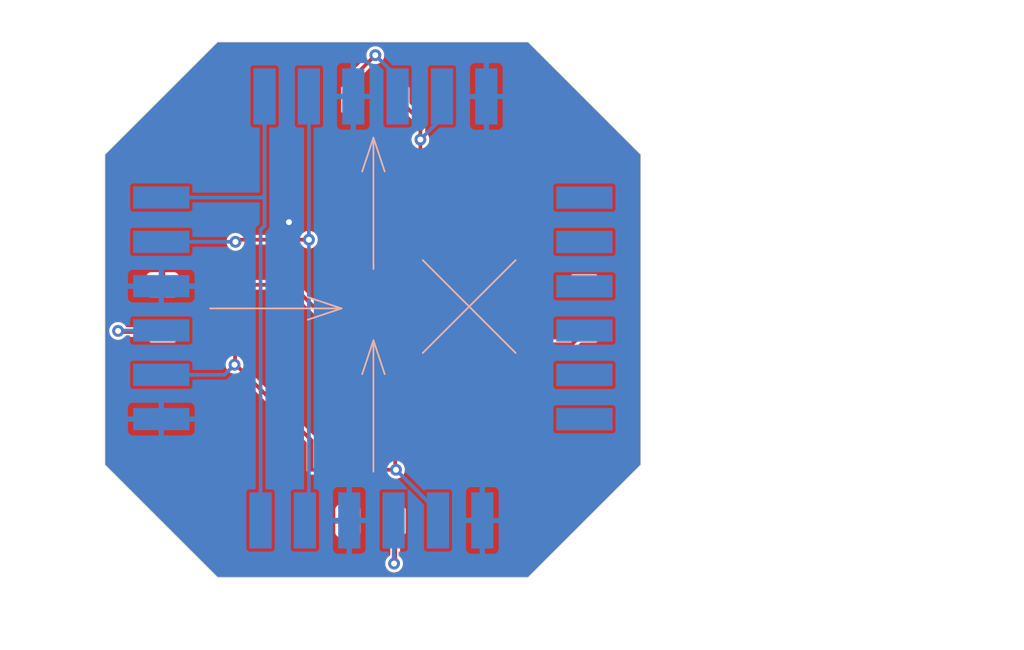
<source format=kicad_pcb>
(kicad_pcb (version 20211014) (generator pcbnew)
  (layers (0 "F.Cu" signal) (31 "B.Cu" signal) (34 "B.Paste" user) (35 "F.Paste" user) (36 "B.SilkS" user "B.Silkscreen") (37 "F.SilkS" user "F.Silkscreen") (38 "B.Mask" user) (39 "F.Mask" user) (44 "Edge.Cuts" user))
  (net 0 "")
  (net 1 "+5V")
  (net 2 "GND")
  (net 3 "Net-(CN2-Pad3)")
  (net 4 "Net-(D1-Pad2)")
  (net 5 "Net-(D2-Pad2)")
  (net 7 "Net-(D4-Pad2)")
  (net 8 "Net-(CN3-Pad3)")
  (net 14 "Net-(CN2-Pad5)")
  (net 15 "Net-(CN2-Pad6)")
  (net 16 "Net-(D5-Pad2)")
  (footprint "LED_SMD:LED_WS2812B_PLCC4_5.0x5.0mm_P3.2mm" (layer "F.Cu") (at 128.778 107.95 180)
    (fp_text reference "D1" hide)
    (fp_text value "WS2812B")
    (pad "1" smd rect (at -2.45 -1.6 180) (size 1.5 1) (layers "F.Cu" "F.Paste" "F.Mask") (net 1 "+5V"))
    (pad "2" smd rect (at -2.45 1.6 180) (size 1.5 1) (layers "F.Cu" "F.Paste" "F.Mask") (net 4 "Net-(D1-Pad2)"))
    (pad "3" smd rect (at 2.45 1.6 180) (size 1.5 1) (layers "F.Cu" "F.Paste" "F.Mask") (net 2 "GND"))
    (pad "4" smd rect (at 2.45 -1.6 180) (size 1.5 1) (layers "F.Cu" "F.Paste" "F.Mask") (net 3 "Net-(CN2-Pad3)"))
  )
  (footprint "LED_SMD:LED_WS2812B_PLCC4_5.0x5.0mm_P3.2mm" (layer "F.Cu") (at 140.716 96.266 -90)
    (fp_text reference "D5" hide)
    (fp_text value "WS2812B")
    (pad "1" smd rect (at -2.45 -1.6 270) (size 1.5 1) (layers "F.Cu" "F.Paste" "F.Mask") (net 1 "+5V"))
    (pad "2" smd rect (at -2.45 1.6 270) (size 1.5 1) (layers "F.Cu" "F.Paste" "F.Mask") (net 16 "Net-(D5-Pad2)"))
    (pad "3" smd rect (at 2.45 1.6 270) (size 1.5 1) (layers "F.Cu" "F.Paste" "F.Mask") (net 2 "GND"))
    (pad "4" smd rect (at 2.45 -1.6 270) (size 1.5 1) (layers "F.Cu" "F.Paste" "F.Mask") (net 7 "Net-(D4-Pad2)"))
  )
  (footprint "LED_SMD:LED_WS2812B_PLCC4_5.0x5.0mm_P3.2mm" (layer "F.Cu") (at 140.462 119.888 -90)
    (fp_text reference "D4" hide)
    (fp_text value "WS2812B")
    (pad "1" smd rect (at -2.45 -1.6 270) (size 1.5 1) (layers "F.Cu" "F.Paste" "F.Mask") (net 1 "+5V"))
    (pad "2" smd rect (at -2.45 1.6 270) (size 1.5 1) (layers "F.Cu" "F.Paste" "F.Mask") (net 7 "Net-(D4-Pad2)"))
    (pad "3" smd rect (at 2.45 1.6 270) (size 1.5 1) (layers "F.Cu" "F.Paste" "F.Mask") (net 2 "GND"))
    (pad "4" smd rect (at 2.45 -1.6 270) (size 1.5 1) (layers "F.Cu" "F.Paste" "F.Mask") (net 8 "Net-(CN3-Pad3)"))
  )
  (footprint "LED_SMD:LED_WS2812B_PLCC4_5.0x5.0mm_P3.2mm" (layer "F.Cu") (at 140.716 107.95 180)
    (fp_text reference "D2" hide)
    (fp_text value "WS2812B")
    (pad "1" smd rect (at -2.45 -1.6 180) (size 1.5 1) (layers "F.Cu" "F.Paste" "F.Mask") (net 1 "+5V"))
    (pad "2" smd rect (at -2.45 1.6 180) (size 1.5 1) (layers "F.Cu" "F.Paste" "F.Mask") (net 5 "Net-(D2-Pad2)"))
    (pad "3" smd rect (at 2.45 1.6 180) (size 1.5 1) (layers "F.Cu" "F.Paste" "F.Mask") (net 2 "GND"))
    (pad "4" smd rect (at 2.45 -1.6 180) (size 1.5 1) (layers "F.Cu" "F.Paste" "F.Mask") (net 4 "Net-(D1-Pad2)"))
  )
  (footprint "LED_SMD:LED_WS2812B_PLCC4_5.0x5.0mm_P3.2mm" (layer "F.Cu") (at 152.4 107.95 180)
    (fp_text reference "D3" hide)
    (fp_text value "WS2812B")
    (pad "1" smd rect (at -2.45 -1.6 180) (size 1.5 1) (layers "F.Cu" "F.Paste" "F.Mask") (net 1 "+5V"))
    (pad "2" smd rect (at -2.45 1.6 180) (size 1.5 1) (layers "F.Cu" "F.Paste" "F.Mask"))
    (pad "3" smd rect (at 2.45 1.6 180) (size 1.5 1) (layers "F.Cu" "F.Paste" "F.Mask") (net 2 "GND"))
    (pad "4" smd rect (at 2.45 -1.6 180) (size 1.5 1) (layers "F.Cu" "F.Paste" "F.Mask") (net 5 "Net-(D2-Pad2)"))
  )
  (footprint "Adafruit NeoPixel 8 Stick:1X4-SMT" (layer "B.Cu") (at 141.224 94.234)
    (fp_text reference "CN4" hide)
    (fp_text value "1X4SMT")
    (pad "1" smd rect (at -8 -0.635) (size 1.5 3.8) (layers "B.Cu" "B.Paste" "B.Mask") (net 15 "Net-(CN2-Pad6)"))
    (pad "2" smd rect (at -5 -0.635) (size 1.5 3.8) (layers "B.Cu" "B.Paste" "B.Mask") (net 14 "Net-(CN2-Pad5)"))
    (pad "3" smd rect (at -2 -0.635) (size 1.5 3.8) (layers "B.Cu" "B.Paste" "B.Mask") (net 2 "GND"))
    (pad "4" smd rect (at 1 -0.635) (size 1.5 3.8) (layers "B.Cu" "B.Paste" "B.Mask") (net 16 "Net-(D5-Pad2)"))
    (pad "5" smd rect (at 4 -0.635) (size 1.5 3.8) (layers "B.Cu" "B.Paste" "B.Mask") (net 1 "+5V"))
    (pad "6" smd rect (at 7 -0.635) (size 1.5 3.8) (layers "B.Cu" "B.Paste" "B.Mask") (net 2 "GND"))
  )
  (footprint "Adafruit NeoPixel 8 Stick:1X4-SMT" (layer "B.Cu") (at 126.873 107.442 90)
    (fp_text reference "CN2" hide)
    (fp_text value "1X4SMT" hide)
    (pad "1" smd rect (at -8 -0.635 90) (size 1.5 3.8) (layers "B.Cu" "B.Paste" "B.Mask") (net 2 "GND"))
    (pad "2" smd rect (at -5 -0.635 90) (size 1.5 3.8) (layers "B.Cu" "B.Paste" "B.Mask") (net 1 "+5V"))
    (pad "3" smd rect (at -2 -0.635 90) (size 1.5 3.8) (layers "B.Cu" "B.Paste" "B.Mask") (net 3 "Net-(CN2-Pad3)"))
    (pad "4" smd rect (at 1 -0.635 90) (size 1.5 3.8) (layers "B.Cu" "B.Paste" "B.Mask") (net 2 "GND"))
    (pad "5" smd rect (at 4 -0.635 90) (size 1.5 3.8) (layers "B.Cu" "B.Paste" "B.Mask") (net 14 "Net-(CN2-Pad5)"))
    (pad "6" smd rect (at 7 -0.635 90) (size 1.5 3.8) (layers "B.Cu" "B.Paste" "B.Mask") (net 15 "Net-(CN2-Pad6)"))
  )
  (footprint "Adafruit NeoPixel 8 Stick:1X4-SMT" (layer "B.Cu") (at 154.222999 108.45 -90)
    (fp_text reference "CN1" hide)
    (fp_text value "1X4SMT" hide)
    (pad "1" smd rect (at -8 -0.635 270) (size 1.5 3.8) (layers "B.Cu" "B.Paste" "B.Mask"))
    (pad "2" smd rect (at -5 -0.635 270) (size 1.5 3.8) (layers "B.Cu" "B.Paste" "B.Mask"))
    (pad "3" smd rect (at -2 -0.635 270) (size 1.5 3.8) (layers "B.Cu" "B.Paste" "B.Mask"))
    (pad "4" smd rect (at 1 -0.635 270) (size 1.5 3.8) (layers "B.Cu" "B.Paste" "B.Mask"))
    (pad "5" smd rect (at 4 -0.635 270) (size 1.5 3.8) (layers "B.Cu" "B.Paste" "B.Mask"))
    (pad "6" smd rect (at 7 -0.635 270) (size 1.5 3.8) (layers "B.Cu" "B.Paste" "B.Mask"))
  )
  (footprint "Adafruit NeoPixel 8 Stick:1X4-SMT" (layer "B.Cu") (at 139.954 121.666 180)
    (fp_text reference "CN3" hide)
    (fp_text value "1X4SMT")
    (pad "1" smd rect (at -8 -0.635 180) (size 1.5 3.8) (layers "B.Cu" "B.Paste" "B.Mask") (net 2 "GND"))
    (pad "2" smd rect (at -5 -0.635 180) (size 1.5 3.8) (layers "B.Cu" "B.Paste" "B.Mask") (net 1 "+5V"))
    (pad "3" smd rect (at -2 -0.635 180) (size 1.5 3.8) (layers "B.Cu" "B.Paste" "B.Mask") (net 8 "Net-(CN3-Pad3)"))
    (pad "4" smd rect (at 1 -0.635 180) (size 1.5 3.8) (layers "B.Cu" "B.Paste" "B.Mask") (net 2 "GND"))
    (pad "5" smd rect (at 4 -0.635 180) (size 1.5 3.8) (layers "B.Cu" "B.Paste" "B.Mask") (net 14 "Net-(CN2-Pad5)"))
    (pad "6" smd rect (at 7 -0.635 180) (size 1.5 3.8) (layers "B.Cu" "B.Paste" "B.Mask") (net 15 "Net-(CN2-Pad6)"))
  )
  (gr_line (start 140.589 110.109) (end 141.351 112.395) (layer "B.SilkS") (width 0.12))
  (gr_line (start 138.43 107.95) (end 136.144 107.188) (layer "B.SilkS") (width 0.12))
  (gr_line (start 138.43 107.95) (end 136.144 108.712) (layer "B.SilkS") (width 0.12))
  (gr_line (start 140.589 96.393) (end 141.351 98.679) (layer "B.SilkS") (width 0.12))
  (gr_line (start 140.589 118.999) (end 140.589 110.109) (layer "B.SilkS") (width 0.12))
  (gr_line (start 143.922911 104.679911) (end 150.20909 110.96609) (layer "B.SilkS") (width 0.12))
  (gr_line (start 129.54 107.95) (end 138.43 107.95) (layer "B.SilkS") (width 0.12))
  (gr_line (start 140.589 105.283) (end 140.589 96.393) (layer "B.SilkS") (width 0.12))
  (gr_line (start 140.589 110.109) (end 139.827 112.395) (layer "B.SilkS") (width 0.12))
  (gr_line (start 140.589 96.393) (end 139.827 98.679) (layer "B.SilkS") (width 0.12))
  (gr_line (start 143.92291 110.96609) (end 150.20909 104.67991) (layer "B.SilkS") (width 0.12))
  (gr_line (start 122.428 118.536) (end 130.047999 126.156) (layer "Edge.Cuts") (width 0.05))
  (gr_line (start 151.047999 126.156) (end 130.047999 126.156) (layer "Edge.Cuts") (width 0.05))
  (gr_line (start 158.667999 97.536) (end 158.667999 118.536) (layer "Edge.Cuts") (width 0.05))
  (gr_line (start 151.047999 126.156) (end 158.667999 118.536) (layer "Edge.Cuts") (width 0.05))
  (gr_line (start 122.428 97.536) (end 122.428 118.536) (layer "Edge.Cuts") (width 0.05))
  (gr_line (start 130.048 89.916) (end 151.048 89.916) (layer "Edge.Cuts") (width 0.05))
  (gr_line (start 130.048 89.916) (end 122.428 97.536) (layer "Edge.Cuts") (width 0.05))
  (gr_line (start 151.048 89.916) (end 158.667999 97.536) (layer "Edge.Cuts") (width 0.05))
  (segment (start 136.398 116.8804) (end 136.398 118.872) (width 0.25) (layer "F.Cu") (net 1))
  (segment (start 143.764 95.264) (end 142.316 93.816) (width 0.25) (layer "F.Cu") (net 1))
  (segment (start 141.478 113.792) (end 141.478 109.474) (width 0.25) (layer "F.Cu") (net 1))
  (segment (start 131.228 109.55) (end 131.228 111.7104) (width 0.25) (layer "F.Cu") (net 1))
  (segment (start 141.986 118.872) (end 142.062 118.796) (width 0.25) (layer "F.Cu") (net 1))
  (segment (start 131.228 111.7104) (end 136.398 116.8804) (width 0.25) (layer "F.Cu") (net 1))
  (segment (start 154.0218 110.3782) (end 154.85 109.55) (width 0.25) (layer "F.Cu") (net 1))
  (segment (start 142.062 117.438) (end 142.062 114.376) (width 0.25) (layer "F.Cu") (net 1))
  (segment (start 143.166 109.55) (end 143.9942 110.3782) (width 0.25) (layer "F.Cu") (net 1))
  (segment (start 141.478 109.474) (end 141.478 101.854) (width 0.25) (layer "F.Cu") (net 1))
  (segment (start 141.478 101.854) (end 143.764 99.568) (width 0.25) (layer "F.Cu") (net 1))
  (segment (start 141.478 109.474) (end 141.554 109.55) (width 0.25) (layer "F.Cu") (net 1))
  (segment (start 141.554 109.55) (end 143.166 109.55) (width 0.25) (layer "F.Cu") (net 1))
  (segment (start 136.398 118.872) (end 141.986 118.872) (width 0.25) (layer "F.Cu") (net 1))
  (segment (start 143.9942 110.3782) (end 154.0218 110.3782) (width 0.25) (layer "F.Cu") (net 1))
  (segment (start 142.062 118.796) (end 142.062 117.438) (width 0.25) (layer "F.Cu") (net 1))
  (segment (start 143.764 99.568) (end 143.764 95.264) (width 0.25) (layer "F.Cu") (net 1))
  (segment (start 142.062 114.376) (end 141.478 113.792) (width 0.25) (layer "F.Cu") (net 1))
  (via (at 142.113 118.872) (size 0.8) (drill 0.4) (layers "F.Cu" "B.Cu") (net 1))
  (via (at 143.764 96.52) (size 0.8) (drill 0.4) (layers "F.Cu" "B.Cu") (net 1))
  (via (at 131.191 111.76) (size 0.8) (drill 0.4) (layers "F.Cu" "B.Cu") (net 1))
  (segment (start 126.238 112.442) (end 130.509 112.442) (width 0.25) (layer "B.Cu") (net 1))
  (segment (start 145.224 93.599) (end 145.224 95.06) (width 0.25) (layer "B.Cu") (net 1))
  (segment (start 145.224 95.06) (end 143.764 96.52) (width 0.25) (layer "B.Cu") (net 1))
  (segment (start 144.954 122.301) (end 144.954 121.713) (width 0.25) (layer "B.Cu") (net 1))
  (segment (start 130.509 112.442) (end 131.191 111.76) (width 0.25) (layer "B.Cu") (net 1))
  (segment (start 144.954 121.713) (end 142.113 118.872) (width 0.25) (layer "B.Cu") (net 1))
  (via (at 134.874 102.108) (size 0.8) (drill 0.4) (layers "F.Cu" "B.Cu") (net 2))
  (segment (start 148.208 93.726) (end 148.208 95.876) (width 0.25) (layer "B.Cu") (net 2))
  (segment (start 148.208 95.876) (end 148.224 95.892) (width 0.25) (layer "B.Cu") (net 2))
  (segment (start 123.393 109.55) (end 126.328 109.55) (width 0.25) (layer "F.Cu") (net 3))
  (segment (start 123.317 109.474) (end 123.393 109.55) (width 0.25) (layer "F.Cu") (net 3))
  (via (at 123.317 109.474) (size 0.8) (drill 0.4) (layers "F.Cu" "B.Cu") (net 3))
  (segment (start 123.349 109.442) (end 123.317 109.474) (width 0.25) (layer "B.Cu") (net 3))
  (segment (start 126.238 109.442) (end 123.349 109.442) (width 0.25) (layer "B.Cu") (net 3))
  (segment (start 135.066 106.35) (end 138.266 109.55) (width 0.25) (layer "F.Cu") (net 4))
  (segment (start 131.228 106.35) (end 135.066 106.35) (width 0.25) (layer "F.Cu") (net 4))
  (segment (start 143.166 106.35) (end 146.75 106.35) (width 0.25) (layer "F.Cu") (net 5))
  (segment (start 146.75 106.35) (end 149.95 109.55) (width 0.25) (layer "F.Cu") (net 5))
  (segment (start 138.862 117.438) (end 138.862 116.154) (width 0.25) (layer "F.Cu") (net 7))
  (segment (start 138.862 116.154) (end 140.716 114.3) (width 0.25) (layer "F.Cu") (net 7))
  (segment (start 140.716 114.3) (end 140.716 100.316) (width 0.25) (layer "F.Cu") (net 7))
  (segment (start 140.716 100.316) (end 142.316 98.716) (width 0.25) (layer "F.Cu") (net 7))
  (segment (start 141.986 125.222) (end 142.062 125.146) (width 0.25) (layer "F.Cu") (net 8))
  (segment (start 142.062 125.146) (end 142.062 122.338) (width 0.25) (layer "F.Cu") (net 8))
  (via (at 141.986 125.222) (size 0.8) (drill 0.4) (layers "F.Cu" "B.Cu") (net 8))
  (segment (start 141.954 122.301) (end 141.954 125.19) (width 0.25) (layer "B.Cu") (net 8))
  (segment (start 141.954 125.19) (end 141.986 125.222) (width 0.25) (layer "B.Cu") (net 8))
  (segment (start 136.224 103.298) (end 131.399 103.298) (width 0.25) (layer "F.Cu") (net 14))
  (segment (start 131.399 103.298) (end 131.255 103.442) (width 0.25) (layer "F.Cu") (net 14))
  (via (at 131.255 103.442) (size 0.8) (drill 0.4) (layers "F.Cu" "B.Cu") (net 14))
  (via (at 136.224 103.298) (size 0.8) (drill 0.4) (layers "F.Cu" "B.Cu") (net 14))
  (segment (start 126.238 103.442) (end 131.255 103.442) (width 0.25) (layer "B.Cu") (net 14))
  (segment (start 136.224 103.298) (end 136.224 122.031) (width 0.25) (layer "B.Cu") (net 14))
  (segment (start 136.224 93.599) (end 136.224 103.298) (width 0.25) (layer "B.Cu") (net 14))
  (segment (start 136.224 122.031) (end 135.954 122.301) (width 0.25) (layer "B.Cu") (net 14))
  (segment (start 133.224 102.361) (end 133.224 100.331) (width 0.25) (layer "B.Cu") (net 15))
  (segment (start 133.224 100.331) (end 133.224 93.599) (width 0.25) (layer "B.Cu") (net 15))
  (segment (start 133.113 100.442) (end 133.224 100.331) (width 0.25) (layer "B.Cu") (net 15))
  (segment (start 126.238 100.442) (end 133.113 100.442) (width 0.25) (layer "B.Cu") (net 15))
  (segment (start 132.954 122.301) (end 132.954 102.631) (width 0.25) (layer "B.Cu") (net 15))
  (segment (start 132.954 102.631) (end 133.224 102.361) (width 0.25) (layer "B.Cu") (net 15))
  (segment (start 139.116 92.405) (end 140.716 90.805) (width 0.25) (layer "F.Cu") (net 16))
  (segment (start 139.116 93.816) (end 139.116 92.405) (width 0.25) (layer "F.Cu") (net 16))
  (via (at 140.716 90.805) (size 0.8) (drill 0.4) (layers "F.Cu" "B.Cu") (net 16))
  (segment (start 142.224 92.313) (end 142.224 93.599) (width 0.25) (layer "B.Cu") (net 16))
  (segment (start 140.716 90.805) (end 142.224 92.313) (width 0.25) (layer "B.Cu") (net 16))
  (zone (net 2) (net_name "GND") (layers F&B.Cu) (priority 6) (connect_pads (clearance 0.000001)) (min_thickness 0.1524) (fill yes (thermal_gap 0.3548) (thermal_bridge_width 0.3548))
    (polygon (pts (xy 184.5945 131.064) (xy 115.3287 131.064) (xy 115.3287 87.0712) (xy 184.5945 87.0712)))
  )
)
</source>
